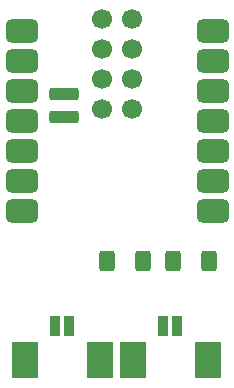
<source format=gbr>
%TF.GenerationSoftware,KiCad,Pcbnew,9.0.1*%
%TF.CreationDate,2025-06-09T01:02:34-04:00*%
%TF.ProjectId,Pneumatactors_1Xiao_PiezoPumps_2Valves,506e6575-6d61-4746-9163-746f72735f31,rev?*%
%TF.SameCoordinates,Original*%
%TF.FileFunction,Paste,Top*%
%TF.FilePolarity,Positive*%
%FSLAX46Y46*%
G04 Gerber Fmt 4.6, Leading zero omitted, Abs format (unit mm)*
G04 Created by KiCad (PCBNEW 9.0.1) date 2025-06-09 01:02:34*
%MOMM*%
%LPD*%
G01*
G04 APERTURE LIST*
G04 Aperture macros list*
%AMRoundRect*
0 Rectangle with rounded corners*
0 $1 Rounding radius*
0 $2 $3 $4 $5 $6 $7 $8 $9 X,Y pos of 4 corners*
0 Add a 4 corners polygon primitive as box body*
4,1,4,$2,$3,$4,$5,$6,$7,$8,$9,$2,$3,0*
0 Add four circle primitives for the rounded corners*
1,1,$1+$1,$2,$3*
1,1,$1+$1,$4,$5*
1,1,$1+$1,$6,$7*
1,1,$1+$1,$8,$9*
0 Add four rect primitives between the rounded corners*
20,1,$1+$1,$2,$3,$4,$5,0*
20,1,$1+$1,$4,$5,$6,$7,0*
20,1,$1+$1,$6,$7,$8,$9,0*
20,1,$1+$1,$8,$9,$2,$3,0*%
G04 Aperture macros list end*
%ADD10RoundRect,0.500000X-0.875000X-0.500000X0.875000X-0.500000X0.875000X0.500000X-0.875000X0.500000X0*%
%ADD11RoundRect,0.275000X0.975000X0.275000X-0.975000X0.275000X-0.975000X-0.275000X0.975000X-0.275000X0*%
%ADD12C,1.700000*%
%ADD13R,0.812800X1.701800*%
%ADD14R,2.209800X3.098800*%
%ADD15RoundRect,0.250000X-0.400000X-0.625000X0.400000X-0.625000X0.400000X0.625000X-0.400000X0.625000X0*%
G04 APERTURE END LIST*
D10*
%TO.C,U1*%
X32151500Y-56705500D03*
X32151500Y-59245500D03*
X32151500Y-61785500D03*
X32151500Y-64325500D03*
X32151500Y-66865500D03*
X32151500Y-69405500D03*
X32151500Y-71945500D03*
X48316500Y-71945500D03*
X48316500Y-69405500D03*
X48316500Y-66865500D03*
X48316500Y-64325500D03*
X48316500Y-61785500D03*
X48316500Y-59245500D03*
X48316500Y-56705500D03*
D11*
X35761500Y-63943500D03*
X35761500Y-62038500D03*
D12*
X38936500Y-55693500D03*
X41476500Y-55693500D03*
X38936500Y-58233500D03*
X41476500Y-58233500D03*
X38936500Y-60773500D03*
X41476500Y-60773500D03*
X38936500Y-63313500D03*
X41476500Y-63313500D03*
%TD*%
D13*
%TO.C,J5*%
X34935000Y-81682001D03*
X36185000Y-81682001D03*
D14*
X38735000Y-84582000D03*
X32385000Y-84582000D03*
%TD*%
D15*
%TO.C,R5*%
X44932000Y-76200000D03*
X48032000Y-76200000D03*
%TD*%
%TO.C,R6*%
X39344000Y-76200000D03*
X42444000Y-76200000D03*
%TD*%
D13*
%TO.C,J6*%
X44079000Y-81682001D03*
X45329000Y-81682001D03*
D14*
X47879000Y-84582000D03*
X41529000Y-84582000D03*
%TD*%
M02*

</source>
